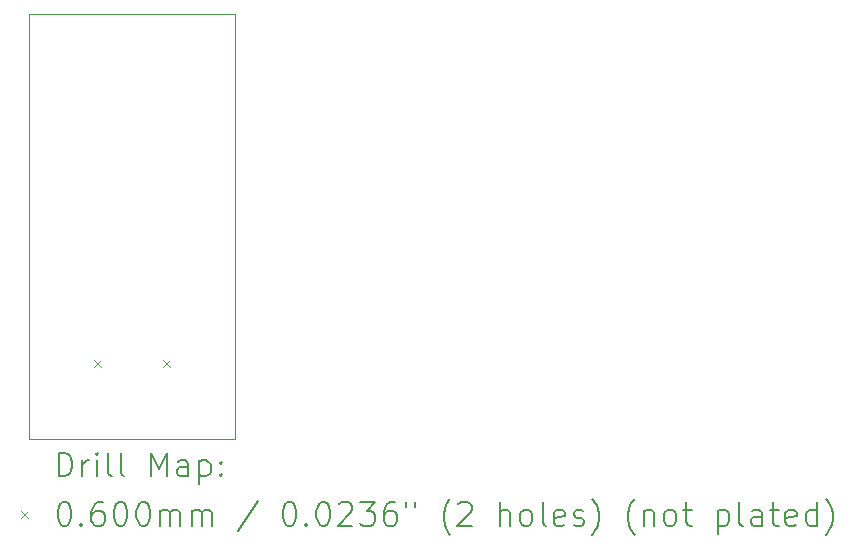
<source format=gbr>
%TF.GenerationSoftware,KiCad,Pcbnew,7.0.9*%
%TF.CreationDate,2024-01-13T12:42:45+01:00*%
%TF.ProjectId,attiny85_programmer,61747469-6e79-4383-955f-70726f677261,rev?*%
%TF.SameCoordinates,Original*%
%TF.FileFunction,Drillmap*%
%TF.FilePolarity,Positive*%
%FSLAX45Y45*%
G04 Gerber Fmt 4.5, Leading zero omitted, Abs format (unit mm)*
G04 Created by KiCad (PCBNEW 7.0.9) date 2024-01-13 12:42:45*
%MOMM*%
%LPD*%
G01*
G04 APERTURE LIST*
%ADD10C,0.100000*%
%ADD11C,0.200000*%
G04 APERTURE END LIST*
D10*
X12975000Y-6875000D02*
X14725000Y-6875000D01*
X14725000Y-10475000D01*
X12975000Y-10475000D01*
X12975000Y-6875000D01*
D11*
D10*
X13531000Y-9808500D02*
X13591000Y-9868500D01*
X13591000Y-9808500D02*
X13531000Y-9868500D01*
X14109000Y-9808500D02*
X14169000Y-9868500D01*
X14169000Y-9808500D02*
X14109000Y-9868500D01*
D11*
X13230777Y-10791484D02*
X13230777Y-10591484D01*
X13230777Y-10591484D02*
X13278396Y-10591484D01*
X13278396Y-10591484D02*
X13306967Y-10601008D01*
X13306967Y-10601008D02*
X13326015Y-10620055D01*
X13326015Y-10620055D02*
X13335539Y-10639103D01*
X13335539Y-10639103D02*
X13345062Y-10677198D01*
X13345062Y-10677198D02*
X13345062Y-10705770D01*
X13345062Y-10705770D02*
X13335539Y-10743865D01*
X13335539Y-10743865D02*
X13326015Y-10762912D01*
X13326015Y-10762912D02*
X13306967Y-10781960D01*
X13306967Y-10781960D02*
X13278396Y-10791484D01*
X13278396Y-10791484D02*
X13230777Y-10791484D01*
X13430777Y-10791484D02*
X13430777Y-10658150D01*
X13430777Y-10696246D02*
X13440301Y-10677198D01*
X13440301Y-10677198D02*
X13449824Y-10667674D01*
X13449824Y-10667674D02*
X13468872Y-10658150D01*
X13468872Y-10658150D02*
X13487920Y-10658150D01*
X13554586Y-10791484D02*
X13554586Y-10658150D01*
X13554586Y-10591484D02*
X13545062Y-10601008D01*
X13545062Y-10601008D02*
X13554586Y-10610531D01*
X13554586Y-10610531D02*
X13564110Y-10601008D01*
X13564110Y-10601008D02*
X13554586Y-10591484D01*
X13554586Y-10591484D02*
X13554586Y-10610531D01*
X13678396Y-10791484D02*
X13659348Y-10781960D01*
X13659348Y-10781960D02*
X13649824Y-10762912D01*
X13649824Y-10762912D02*
X13649824Y-10591484D01*
X13783158Y-10791484D02*
X13764110Y-10781960D01*
X13764110Y-10781960D02*
X13754586Y-10762912D01*
X13754586Y-10762912D02*
X13754586Y-10591484D01*
X14011729Y-10791484D02*
X14011729Y-10591484D01*
X14011729Y-10591484D02*
X14078396Y-10734341D01*
X14078396Y-10734341D02*
X14145062Y-10591484D01*
X14145062Y-10591484D02*
X14145062Y-10791484D01*
X14326015Y-10791484D02*
X14326015Y-10686722D01*
X14326015Y-10686722D02*
X14316491Y-10667674D01*
X14316491Y-10667674D02*
X14297443Y-10658150D01*
X14297443Y-10658150D02*
X14259348Y-10658150D01*
X14259348Y-10658150D02*
X14240301Y-10667674D01*
X14326015Y-10781960D02*
X14306967Y-10791484D01*
X14306967Y-10791484D02*
X14259348Y-10791484D01*
X14259348Y-10791484D02*
X14240301Y-10781960D01*
X14240301Y-10781960D02*
X14230777Y-10762912D01*
X14230777Y-10762912D02*
X14230777Y-10743865D01*
X14230777Y-10743865D02*
X14240301Y-10724817D01*
X14240301Y-10724817D02*
X14259348Y-10715293D01*
X14259348Y-10715293D02*
X14306967Y-10715293D01*
X14306967Y-10715293D02*
X14326015Y-10705770D01*
X14421253Y-10658150D02*
X14421253Y-10858150D01*
X14421253Y-10667674D02*
X14440301Y-10658150D01*
X14440301Y-10658150D02*
X14478396Y-10658150D01*
X14478396Y-10658150D02*
X14497443Y-10667674D01*
X14497443Y-10667674D02*
X14506967Y-10677198D01*
X14506967Y-10677198D02*
X14516491Y-10696246D01*
X14516491Y-10696246D02*
X14516491Y-10753389D01*
X14516491Y-10753389D02*
X14506967Y-10772436D01*
X14506967Y-10772436D02*
X14497443Y-10781960D01*
X14497443Y-10781960D02*
X14478396Y-10791484D01*
X14478396Y-10791484D02*
X14440301Y-10791484D01*
X14440301Y-10791484D02*
X14421253Y-10781960D01*
X14602205Y-10772436D02*
X14611729Y-10781960D01*
X14611729Y-10781960D02*
X14602205Y-10791484D01*
X14602205Y-10791484D02*
X14592682Y-10781960D01*
X14592682Y-10781960D02*
X14602205Y-10772436D01*
X14602205Y-10772436D02*
X14602205Y-10791484D01*
X14602205Y-10667674D02*
X14611729Y-10677198D01*
X14611729Y-10677198D02*
X14602205Y-10686722D01*
X14602205Y-10686722D02*
X14592682Y-10677198D01*
X14592682Y-10677198D02*
X14602205Y-10667674D01*
X14602205Y-10667674D02*
X14602205Y-10686722D01*
D10*
X12910000Y-11090000D02*
X12970000Y-11150000D01*
X12970000Y-11090000D02*
X12910000Y-11150000D01*
D11*
X13268872Y-11011484D02*
X13287920Y-11011484D01*
X13287920Y-11011484D02*
X13306967Y-11021008D01*
X13306967Y-11021008D02*
X13316491Y-11030531D01*
X13316491Y-11030531D02*
X13326015Y-11049579D01*
X13326015Y-11049579D02*
X13335539Y-11087674D01*
X13335539Y-11087674D02*
X13335539Y-11135293D01*
X13335539Y-11135293D02*
X13326015Y-11173389D01*
X13326015Y-11173389D02*
X13316491Y-11192436D01*
X13316491Y-11192436D02*
X13306967Y-11201960D01*
X13306967Y-11201960D02*
X13287920Y-11211484D01*
X13287920Y-11211484D02*
X13268872Y-11211484D01*
X13268872Y-11211484D02*
X13249824Y-11201960D01*
X13249824Y-11201960D02*
X13240301Y-11192436D01*
X13240301Y-11192436D02*
X13230777Y-11173389D01*
X13230777Y-11173389D02*
X13221253Y-11135293D01*
X13221253Y-11135293D02*
X13221253Y-11087674D01*
X13221253Y-11087674D02*
X13230777Y-11049579D01*
X13230777Y-11049579D02*
X13240301Y-11030531D01*
X13240301Y-11030531D02*
X13249824Y-11021008D01*
X13249824Y-11021008D02*
X13268872Y-11011484D01*
X13421253Y-11192436D02*
X13430777Y-11201960D01*
X13430777Y-11201960D02*
X13421253Y-11211484D01*
X13421253Y-11211484D02*
X13411729Y-11201960D01*
X13411729Y-11201960D02*
X13421253Y-11192436D01*
X13421253Y-11192436D02*
X13421253Y-11211484D01*
X13602205Y-11011484D02*
X13564110Y-11011484D01*
X13564110Y-11011484D02*
X13545062Y-11021008D01*
X13545062Y-11021008D02*
X13535539Y-11030531D01*
X13535539Y-11030531D02*
X13516491Y-11059103D01*
X13516491Y-11059103D02*
X13506967Y-11097198D01*
X13506967Y-11097198D02*
X13506967Y-11173389D01*
X13506967Y-11173389D02*
X13516491Y-11192436D01*
X13516491Y-11192436D02*
X13526015Y-11201960D01*
X13526015Y-11201960D02*
X13545062Y-11211484D01*
X13545062Y-11211484D02*
X13583158Y-11211484D01*
X13583158Y-11211484D02*
X13602205Y-11201960D01*
X13602205Y-11201960D02*
X13611729Y-11192436D01*
X13611729Y-11192436D02*
X13621253Y-11173389D01*
X13621253Y-11173389D02*
X13621253Y-11125770D01*
X13621253Y-11125770D02*
X13611729Y-11106722D01*
X13611729Y-11106722D02*
X13602205Y-11097198D01*
X13602205Y-11097198D02*
X13583158Y-11087674D01*
X13583158Y-11087674D02*
X13545062Y-11087674D01*
X13545062Y-11087674D02*
X13526015Y-11097198D01*
X13526015Y-11097198D02*
X13516491Y-11106722D01*
X13516491Y-11106722D02*
X13506967Y-11125770D01*
X13745062Y-11011484D02*
X13764110Y-11011484D01*
X13764110Y-11011484D02*
X13783158Y-11021008D01*
X13783158Y-11021008D02*
X13792682Y-11030531D01*
X13792682Y-11030531D02*
X13802205Y-11049579D01*
X13802205Y-11049579D02*
X13811729Y-11087674D01*
X13811729Y-11087674D02*
X13811729Y-11135293D01*
X13811729Y-11135293D02*
X13802205Y-11173389D01*
X13802205Y-11173389D02*
X13792682Y-11192436D01*
X13792682Y-11192436D02*
X13783158Y-11201960D01*
X13783158Y-11201960D02*
X13764110Y-11211484D01*
X13764110Y-11211484D02*
X13745062Y-11211484D01*
X13745062Y-11211484D02*
X13726015Y-11201960D01*
X13726015Y-11201960D02*
X13716491Y-11192436D01*
X13716491Y-11192436D02*
X13706967Y-11173389D01*
X13706967Y-11173389D02*
X13697443Y-11135293D01*
X13697443Y-11135293D02*
X13697443Y-11087674D01*
X13697443Y-11087674D02*
X13706967Y-11049579D01*
X13706967Y-11049579D02*
X13716491Y-11030531D01*
X13716491Y-11030531D02*
X13726015Y-11021008D01*
X13726015Y-11021008D02*
X13745062Y-11011484D01*
X13935539Y-11011484D02*
X13954586Y-11011484D01*
X13954586Y-11011484D02*
X13973634Y-11021008D01*
X13973634Y-11021008D02*
X13983158Y-11030531D01*
X13983158Y-11030531D02*
X13992682Y-11049579D01*
X13992682Y-11049579D02*
X14002205Y-11087674D01*
X14002205Y-11087674D02*
X14002205Y-11135293D01*
X14002205Y-11135293D02*
X13992682Y-11173389D01*
X13992682Y-11173389D02*
X13983158Y-11192436D01*
X13983158Y-11192436D02*
X13973634Y-11201960D01*
X13973634Y-11201960D02*
X13954586Y-11211484D01*
X13954586Y-11211484D02*
X13935539Y-11211484D01*
X13935539Y-11211484D02*
X13916491Y-11201960D01*
X13916491Y-11201960D02*
X13906967Y-11192436D01*
X13906967Y-11192436D02*
X13897443Y-11173389D01*
X13897443Y-11173389D02*
X13887920Y-11135293D01*
X13887920Y-11135293D02*
X13887920Y-11087674D01*
X13887920Y-11087674D02*
X13897443Y-11049579D01*
X13897443Y-11049579D02*
X13906967Y-11030531D01*
X13906967Y-11030531D02*
X13916491Y-11021008D01*
X13916491Y-11021008D02*
X13935539Y-11011484D01*
X14087920Y-11211484D02*
X14087920Y-11078150D01*
X14087920Y-11097198D02*
X14097443Y-11087674D01*
X14097443Y-11087674D02*
X14116491Y-11078150D01*
X14116491Y-11078150D02*
X14145063Y-11078150D01*
X14145063Y-11078150D02*
X14164110Y-11087674D01*
X14164110Y-11087674D02*
X14173634Y-11106722D01*
X14173634Y-11106722D02*
X14173634Y-11211484D01*
X14173634Y-11106722D02*
X14183158Y-11087674D01*
X14183158Y-11087674D02*
X14202205Y-11078150D01*
X14202205Y-11078150D02*
X14230777Y-11078150D01*
X14230777Y-11078150D02*
X14249824Y-11087674D01*
X14249824Y-11087674D02*
X14259348Y-11106722D01*
X14259348Y-11106722D02*
X14259348Y-11211484D01*
X14354586Y-11211484D02*
X14354586Y-11078150D01*
X14354586Y-11097198D02*
X14364110Y-11087674D01*
X14364110Y-11087674D02*
X14383158Y-11078150D01*
X14383158Y-11078150D02*
X14411729Y-11078150D01*
X14411729Y-11078150D02*
X14430777Y-11087674D01*
X14430777Y-11087674D02*
X14440301Y-11106722D01*
X14440301Y-11106722D02*
X14440301Y-11211484D01*
X14440301Y-11106722D02*
X14449824Y-11087674D01*
X14449824Y-11087674D02*
X14468872Y-11078150D01*
X14468872Y-11078150D02*
X14497443Y-11078150D01*
X14497443Y-11078150D02*
X14516491Y-11087674D01*
X14516491Y-11087674D02*
X14526015Y-11106722D01*
X14526015Y-11106722D02*
X14526015Y-11211484D01*
X14916491Y-11001960D02*
X14745063Y-11259103D01*
X15173634Y-11011484D02*
X15192682Y-11011484D01*
X15192682Y-11011484D02*
X15211729Y-11021008D01*
X15211729Y-11021008D02*
X15221253Y-11030531D01*
X15221253Y-11030531D02*
X15230777Y-11049579D01*
X15230777Y-11049579D02*
X15240301Y-11087674D01*
X15240301Y-11087674D02*
X15240301Y-11135293D01*
X15240301Y-11135293D02*
X15230777Y-11173389D01*
X15230777Y-11173389D02*
X15221253Y-11192436D01*
X15221253Y-11192436D02*
X15211729Y-11201960D01*
X15211729Y-11201960D02*
X15192682Y-11211484D01*
X15192682Y-11211484D02*
X15173634Y-11211484D01*
X15173634Y-11211484D02*
X15154586Y-11201960D01*
X15154586Y-11201960D02*
X15145063Y-11192436D01*
X15145063Y-11192436D02*
X15135539Y-11173389D01*
X15135539Y-11173389D02*
X15126015Y-11135293D01*
X15126015Y-11135293D02*
X15126015Y-11087674D01*
X15126015Y-11087674D02*
X15135539Y-11049579D01*
X15135539Y-11049579D02*
X15145063Y-11030531D01*
X15145063Y-11030531D02*
X15154586Y-11021008D01*
X15154586Y-11021008D02*
X15173634Y-11011484D01*
X15326015Y-11192436D02*
X15335539Y-11201960D01*
X15335539Y-11201960D02*
X15326015Y-11211484D01*
X15326015Y-11211484D02*
X15316491Y-11201960D01*
X15316491Y-11201960D02*
X15326015Y-11192436D01*
X15326015Y-11192436D02*
X15326015Y-11211484D01*
X15459348Y-11011484D02*
X15478396Y-11011484D01*
X15478396Y-11011484D02*
X15497444Y-11021008D01*
X15497444Y-11021008D02*
X15506967Y-11030531D01*
X15506967Y-11030531D02*
X15516491Y-11049579D01*
X15516491Y-11049579D02*
X15526015Y-11087674D01*
X15526015Y-11087674D02*
X15526015Y-11135293D01*
X15526015Y-11135293D02*
X15516491Y-11173389D01*
X15516491Y-11173389D02*
X15506967Y-11192436D01*
X15506967Y-11192436D02*
X15497444Y-11201960D01*
X15497444Y-11201960D02*
X15478396Y-11211484D01*
X15478396Y-11211484D02*
X15459348Y-11211484D01*
X15459348Y-11211484D02*
X15440301Y-11201960D01*
X15440301Y-11201960D02*
X15430777Y-11192436D01*
X15430777Y-11192436D02*
X15421253Y-11173389D01*
X15421253Y-11173389D02*
X15411729Y-11135293D01*
X15411729Y-11135293D02*
X15411729Y-11087674D01*
X15411729Y-11087674D02*
X15421253Y-11049579D01*
X15421253Y-11049579D02*
X15430777Y-11030531D01*
X15430777Y-11030531D02*
X15440301Y-11021008D01*
X15440301Y-11021008D02*
X15459348Y-11011484D01*
X15602206Y-11030531D02*
X15611729Y-11021008D01*
X15611729Y-11021008D02*
X15630777Y-11011484D01*
X15630777Y-11011484D02*
X15678396Y-11011484D01*
X15678396Y-11011484D02*
X15697444Y-11021008D01*
X15697444Y-11021008D02*
X15706967Y-11030531D01*
X15706967Y-11030531D02*
X15716491Y-11049579D01*
X15716491Y-11049579D02*
X15716491Y-11068627D01*
X15716491Y-11068627D02*
X15706967Y-11097198D01*
X15706967Y-11097198D02*
X15592682Y-11211484D01*
X15592682Y-11211484D02*
X15716491Y-11211484D01*
X15783158Y-11011484D02*
X15906967Y-11011484D01*
X15906967Y-11011484D02*
X15840301Y-11087674D01*
X15840301Y-11087674D02*
X15868872Y-11087674D01*
X15868872Y-11087674D02*
X15887920Y-11097198D01*
X15887920Y-11097198D02*
X15897444Y-11106722D01*
X15897444Y-11106722D02*
X15906967Y-11125770D01*
X15906967Y-11125770D02*
X15906967Y-11173389D01*
X15906967Y-11173389D02*
X15897444Y-11192436D01*
X15897444Y-11192436D02*
X15887920Y-11201960D01*
X15887920Y-11201960D02*
X15868872Y-11211484D01*
X15868872Y-11211484D02*
X15811729Y-11211484D01*
X15811729Y-11211484D02*
X15792682Y-11201960D01*
X15792682Y-11201960D02*
X15783158Y-11192436D01*
X16078396Y-11011484D02*
X16040301Y-11011484D01*
X16040301Y-11011484D02*
X16021253Y-11021008D01*
X16021253Y-11021008D02*
X16011729Y-11030531D01*
X16011729Y-11030531D02*
X15992682Y-11059103D01*
X15992682Y-11059103D02*
X15983158Y-11097198D01*
X15983158Y-11097198D02*
X15983158Y-11173389D01*
X15983158Y-11173389D02*
X15992682Y-11192436D01*
X15992682Y-11192436D02*
X16002206Y-11201960D01*
X16002206Y-11201960D02*
X16021253Y-11211484D01*
X16021253Y-11211484D02*
X16059348Y-11211484D01*
X16059348Y-11211484D02*
X16078396Y-11201960D01*
X16078396Y-11201960D02*
X16087920Y-11192436D01*
X16087920Y-11192436D02*
X16097444Y-11173389D01*
X16097444Y-11173389D02*
X16097444Y-11125770D01*
X16097444Y-11125770D02*
X16087920Y-11106722D01*
X16087920Y-11106722D02*
X16078396Y-11097198D01*
X16078396Y-11097198D02*
X16059348Y-11087674D01*
X16059348Y-11087674D02*
X16021253Y-11087674D01*
X16021253Y-11087674D02*
X16002206Y-11097198D01*
X16002206Y-11097198D02*
X15992682Y-11106722D01*
X15992682Y-11106722D02*
X15983158Y-11125770D01*
X16173634Y-11011484D02*
X16173634Y-11049579D01*
X16249825Y-11011484D02*
X16249825Y-11049579D01*
X16545063Y-11287674D02*
X16535539Y-11278150D01*
X16535539Y-11278150D02*
X16516491Y-11249579D01*
X16516491Y-11249579D02*
X16506968Y-11230531D01*
X16506968Y-11230531D02*
X16497444Y-11201960D01*
X16497444Y-11201960D02*
X16487920Y-11154341D01*
X16487920Y-11154341D02*
X16487920Y-11116246D01*
X16487920Y-11116246D02*
X16497444Y-11068627D01*
X16497444Y-11068627D02*
X16506968Y-11040055D01*
X16506968Y-11040055D02*
X16516491Y-11021008D01*
X16516491Y-11021008D02*
X16535539Y-10992436D01*
X16535539Y-10992436D02*
X16545063Y-10982912D01*
X16611729Y-11030531D02*
X16621253Y-11021008D01*
X16621253Y-11021008D02*
X16640301Y-11011484D01*
X16640301Y-11011484D02*
X16687920Y-11011484D01*
X16687920Y-11011484D02*
X16706968Y-11021008D01*
X16706968Y-11021008D02*
X16716491Y-11030531D01*
X16716491Y-11030531D02*
X16726015Y-11049579D01*
X16726015Y-11049579D02*
X16726015Y-11068627D01*
X16726015Y-11068627D02*
X16716491Y-11097198D01*
X16716491Y-11097198D02*
X16602206Y-11211484D01*
X16602206Y-11211484D02*
X16726015Y-11211484D01*
X16964111Y-11211484D02*
X16964111Y-11011484D01*
X17049825Y-11211484D02*
X17049825Y-11106722D01*
X17049825Y-11106722D02*
X17040301Y-11087674D01*
X17040301Y-11087674D02*
X17021253Y-11078150D01*
X17021253Y-11078150D02*
X16992682Y-11078150D01*
X16992682Y-11078150D02*
X16973634Y-11087674D01*
X16973634Y-11087674D02*
X16964111Y-11097198D01*
X17173634Y-11211484D02*
X17154587Y-11201960D01*
X17154587Y-11201960D02*
X17145063Y-11192436D01*
X17145063Y-11192436D02*
X17135539Y-11173389D01*
X17135539Y-11173389D02*
X17135539Y-11116246D01*
X17135539Y-11116246D02*
X17145063Y-11097198D01*
X17145063Y-11097198D02*
X17154587Y-11087674D01*
X17154587Y-11087674D02*
X17173634Y-11078150D01*
X17173634Y-11078150D02*
X17202206Y-11078150D01*
X17202206Y-11078150D02*
X17221253Y-11087674D01*
X17221253Y-11087674D02*
X17230777Y-11097198D01*
X17230777Y-11097198D02*
X17240301Y-11116246D01*
X17240301Y-11116246D02*
X17240301Y-11173389D01*
X17240301Y-11173389D02*
X17230777Y-11192436D01*
X17230777Y-11192436D02*
X17221253Y-11201960D01*
X17221253Y-11201960D02*
X17202206Y-11211484D01*
X17202206Y-11211484D02*
X17173634Y-11211484D01*
X17354587Y-11211484D02*
X17335539Y-11201960D01*
X17335539Y-11201960D02*
X17326015Y-11182912D01*
X17326015Y-11182912D02*
X17326015Y-11011484D01*
X17506968Y-11201960D02*
X17487920Y-11211484D01*
X17487920Y-11211484D02*
X17449825Y-11211484D01*
X17449825Y-11211484D02*
X17430777Y-11201960D01*
X17430777Y-11201960D02*
X17421253Y-11182912D01*
X17421253Y-11182912D02*
X17421253Y-11106722D01*
X17421253Y-11106722D02*
X17430777Y-11087674D01*
X17430777Y-11087674D02*
X17449825Y-11078150D01*
X17449825Y-11078150D02*
X17487920Y-11078150D01*
X17487920Y-11078150D02*
X17506968Y-11087674D01*
X17506968Y-11087674D02*
X17516492Y-11106722D01*
X17516492Y-11106722D02*
X17516492Y-11125770D01*
X17516492Y-11125770D02*
X17421253Y-11144817D01*
X17592682Y-11201960D02*
X17611730Y-11211484D01*
X17611730Y-11211484D02*
X17649825Y-11211484D01*
X17649825Y-11211484D02*
X17668873Y-11201960D01*
X17668873Y-11201960D02*
X17678396Y-11182912D01*
X17678396Y-11182912D02*
X17678396Y-11173389D01*
X17678396Y-11173389D02*
X17668873Y-11154341D01*
X17668873Y-11154341D02*
X17649825Y-11144817D01*
X17649825Y-11144817D02*
X17621253Y-11144817D01*
X17621253Y-11144817D02*
X17602206Y-11135293D01*
X17602206Y-11135293D02*
X17592682Y-11116246D01*
X17592682Y-11116246D02*
X17592682Y-11106722D01*
X17592682Y-11106722D02*
X17602206Y-11087674D01*
X17602206Y-11087674D02*
X17621253Y-11078150D01*
X17621253Y-11078150D02*
X17649825Y-11078150D01*
X17649825Y-11078150D02*
X17668873Y-11087674D01*
X17745063Y-11287674D02*
X17754587Y-11278150D01*
X17754587Y-11278150D02*
X17773634Y-11249579D01*
X17773634Y-11249579D02*
X17783158Y-11230531D01*
X17783158Y-11230531D02*
X17792682Y-11201960D01*
X17792682Y-11201960D02*
X17802206Y-11154341D01*
X17802206Y-11154341D02*
X17802206Y-11116246D01*
X17802206Y-11116246D02*
X17792682Y-11068627D01*
X17792682Y-11068627D02*
X17783158Y-11040055D01*
X17783158Y-11040055D02*
X17773634Y-11021008D01*
X17773634Y-11021008D02*
X17754587Y-10992436D01*
X17754587Y-10992436D02*
X17745063Y-10982912D01*
X18106968Y-11287674D02*
X18097444Y-11278150D01*
X18097444Y-11278150D02*
X18078396Y-11249579D01*
X18078396Y-11249579D02*
X18068873Y-11230531D01*
X18068873Y-11230531D02*
X18059349Y-11201960D01*
X18059349Y-11201960D02*
X18049825Y-11154341D01*
X18049825Y-11154341D02*
X18049825Y-11116246D01*
X18049825Y-11116246D02*
X18059349Y-11068627D01*
X18059349Y-11068627D02*
X18068873Y-11040055D01*
X18068873Y-11040055D02*
X18078396Y-11021008D01*
X18078396Y-11021008D02*
X18097444Y-10992436D01*
X18097444Y-10992436D02*
X18106968Y-10982912D01*
X18183158Y-11078150D02*
X18183158Y-11211484D01*
X18183158Y-11097198D02*
X18192682Y-11087674D01*
X18192682Y-11087674D02*
X18211730Y-11078150D01*
X18211730Y-11078150D02*
X18240301Y-11078150D01*
X18240301Y-11078150D02*
X18259349Y-11087674D01*
X18259349Y-11087674D02*
X18268873Y-11106722D01*
X18268873Y-11106722D02*
X18268873Y-11211484D01*
X18392682Y-11211484D02*
X18373634Y-11201960D01*
X18373634Y-11201960D02*
X18364111Y-11192436D01*
X18364111Y-11192436D02*
X18354587Y-11173389D01*
X18354587Y-11173389D02*
X18354587Y-11116246D01*
X18354587Y-11116246D02*
X18364111Y-11097198D01*
X18364111Y-11097198D02*
X18373634Y-11087674D01*
X18373634Y-11087674D02*
X18392682Y-11078150D01*
X18392682Y-11078150D02*
X18421254Y-11078150D01*
X18421254Y-11078150D02*
X18440301Y-11087674D01*
X18440301Y-11087674D02*
X18449825Y-11097198D01*
X18449825Y-11097198D02*
X18459349Y-11116246D01*
X18459349Y-11116246D02*
X18459349Y-11173389D01*
X18459349Y-11173389D02*
X18449825Y-11192436D01*
X18449825Y-11192436D02*
X18440301Y-11201960D01*
X18440301Y-11201960D02*
X18421254Y-11211484D01*
X18421254Y-11211484D02*
X18392682Y-11211484D01*
X18516492Y-11078150D02*
X18592682Y-11078150D01*
X18545063Y-11011484D02*
X18545063Y-11182912D01*
X18545063Y-11182912D02*
X18554587Y-11201960D01*
X18554587Y-11201960D02*
X18573634Y-11211484D01*
X18573634Y-11211484D02*
X18592682Y-11211484D01*
X18811730Y-11078150D02*
X18811730Y-11278150D01*
X18811730Y-11087674D02*
X18830777Y-11078150D01*
X18830777Y-11078150D02*
X18868873Y-11078150D01*
X18868873Y-11078150D02*
X18887920Y-11087674D01*
X18887920Y-11087674D02*
X18897444Y-11097198D01*
X18897444Y-11097198D02*
X18906968Y-11116246D01*
X18906968Y-11116246D02*
X18906968Y-11173389D01*
X18906968Y-11173389D02*
X18897444Y-11192436D01*
X18897444Y-11192436D02*
X18887920Y-11201960D01*
X18887920Y-11201960D02*
X18868873Y-11211484D01*
X18868873Y-11211484D02*
X18830777Y-11211484D01*
X18830777Y-11211484D02*
X18811730Y-11201960D01*
X19021254Y-11211484D02*
X19002206Y-11201960D01*
X19002206Y-11201960D02*
X18992682Y-11182912D01*
X18992682Y-11182912D02*
X18992682Y-11011484D01*
X19183158Y-11211484D02*
X19183158Y-11106722D01*
X19183158Y-11106722D02*
X19173635Y-11087674D01*
X19173635Y-11087674D02*
X19154587Y-11078150D01*
X19154587Y-11078150D02*
X19116492Y-11078150D01*
X19116492Y-11078150D02*
X19097444Y-11087674D01*
X19183158Y-11201960D02*
X19164111Y-11211484D01*
X19164111Y-11211484D02*
X19116492Y-11211484D01*
X19116492Y-11211484D02*
X19097444Y-11201960D01*
X19097444Y-11201960D02*
X19087920Y-11182912D01*
X19087920Y-11182912D02*
X19087920Y-11163865D01*
X19087920Y-11163865D02*
X19097444Y-11144817D01*
X19097444Y-11144817D02*
X19116492Y-11135293D01*
X19116492Y-11135293D02*
X19164111Y-11135293D01*
X19164111Y-11135293D02*
X19183158Y-11125770D01*
X19249825Y-11078150D02*
X19326015Y-11078150D01*
X19278396Y-11011484D02*
X19278396Y-11182912D01*
X19278396Y-11182912D02*
X19287920Y-11201960D01*
X19287920Y-11201960D02*
X19306968Y-11211484D01*
X19306968Y-11211484D02*
X19326015Y-11211484D01*
X19468873Y-11201960D02*
X19449825Y-11211484D01*
X19449825Y-11211484D02*
X19411730Y-11211484D01*
X19411730Y-11211484D02*
X19392682Y-11201960D01*
X19392682Y-11201960D02*
X19383158Y-11182912D01*
X19383158Y-11182912D02*
X19383158Y-11106722D01*
X19383158Y-11106722D02*
X19392682Y-11087674D01*
X19392682Y-11087674D02*
X19411730Y-11078150D01*
X19411730Y-11078150D02*
X19449825Y-11078150D01*
X19449825Y-11078150D02*
X19468873Y-11087674D01*
X19468873Y-11087674D02*
X19478396Y-11106722D01*
X19478396Y-11106722D02*
X19478396Y-11125770D01*
X19478396Y-11125770D02*
X19383158Y-11144817D01*
X19649825Y-11211484D02*
X19649825Y-11011484D01*
X19649825Y-11201960D02*
X19630777Y-11211484D01*
X19630777Y-11211484D02*
X19592682Y-11211484D01*
X19592682Y-11211484D02*
X19573635Y-11201960D01*
X19573635Y-11201960D02*
X19564111Y-11192436D01*
X19564111Y-11192436D02*
X19554587Y-11173389D01*
X19554587Y-11173389D02*
X19554587Y-11116246D01*
X19554587Y-11116246D02*
X19564111Y-11097198D01*
X19564111Y-11097198D02*
X19573635Y-11087674D01*
X19573635Y-11087674D02*
X19592682Y-11078150D01*
X19592682Y-11078150D02*
X19630777Y-11078150D01*
X19630777Y-11078150D02*
X19649825Y-11087674D01*
X19726016Y-11287674D02*
X19735539Y-11278150D01*
X19735539Y-11278150D02*
X19754587Y-11249579D01*
X19754587Y-11249579D02*
X19764111Y-11230531D01*
X19764111Y-11230531D02*
X19773635Y-11201960D01*
X19773635Y-11201960D02*
X19783158Y-11154341D01*
X19783158Y-11154341D02*
X19783158Y-11116246D01*
X19783158Y-11116246D02*
X19773635Y-11068627D01*
X19773635Y-11068627D02*
X19764111Y-11040055D01*
X19764111Y-11040055D02*
X19754587Y-11021008D01*
X19754587Y-11021008D02*
X19735539Y-10992436D01*
X19735539Y-10992436D02*
X19726016Y-10982912D01*
M02*

</source>
